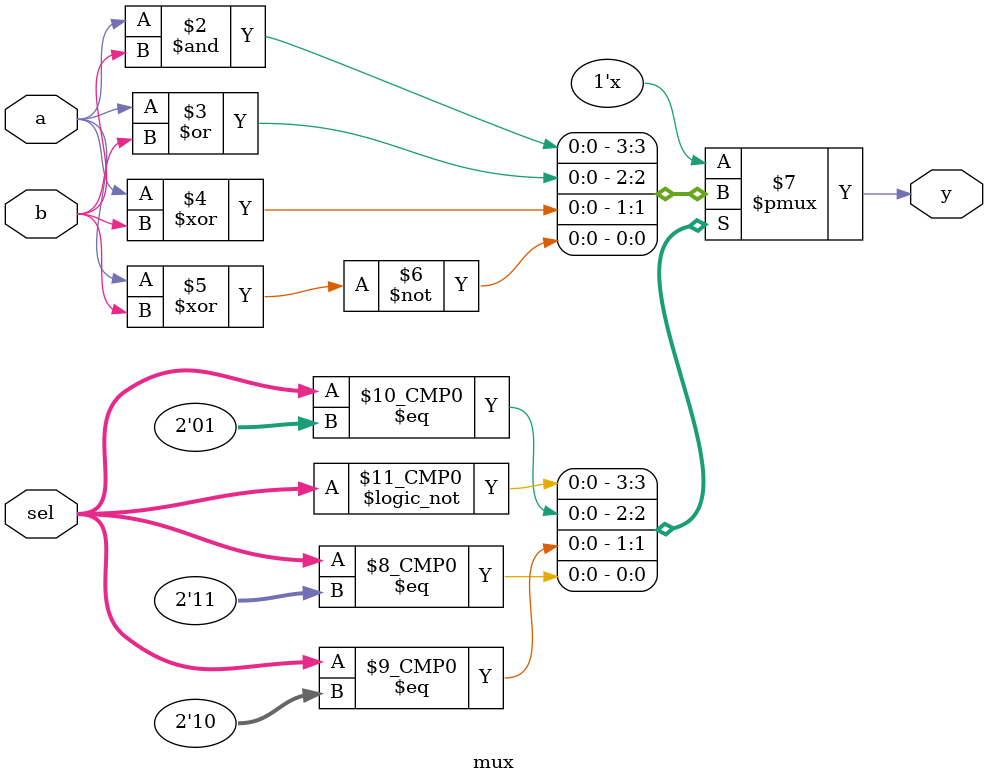
<source format=v>
/*功能描述
    sel=00 输出a&b
    sel=01 输出a|b
    sel=10 输出a^b
    sel=11 输出~(a^b)
 
    输入：3个 a b sel;其中sel位宽为2
    输出：1个 y
*/
module mux(
        input a,b,
        input [1:0]sel,

        output y
    );

    //always语句赋值用reg
    reg y;

    always @(*) begin
        case (sel)
            2'b 00:
                y=a&b;
            2'b 01:
                y=a|b;
            2'b 10:
                y=a^b;
            2'b 11:
                y=~(a^b);
            endcase
    end

endmodule

</source>
